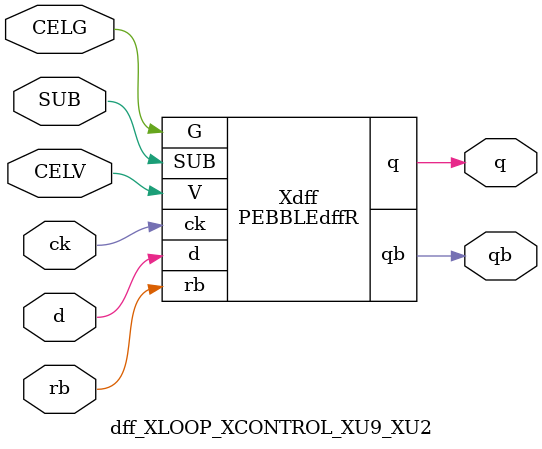
<source format=v>



module PEBBLEdffR ( q, qb, G, SUB, V, ck, d, rb );

  input V;
  output q;
  input rb;
  input d;
  input G;
  input ck;
  input SUB;
  output qb;
endmodule

//Celera Confidential Do Not Copy dff_XLOOP_XCONTROL_XU9_XU2
//Celera Confidential Symbol Generator
//DFF latch
module dff_XLOOP_XCONTROL_XU9_XU2 (CELV,CELG,d,rb,ck,q,qb,SUB );
input CELV;
input CELG;
input d;
input rb;
input ck;
input SUB;
output q;
output qb;

//Celera Confidential Do Not Copy dff
PEBBLEdffR Xdff(
.V (CELV),
.d (d),
.rb (rb),
.ck (ck),
.q (q),
.qb (qb),
.SUB (SUB),
.G (CELG)
);
//,diesize,PEBBLEdffR

//Celera Confidential Do Not Copy Module End
//Celera Schematic Generator
endmodule

</source>
